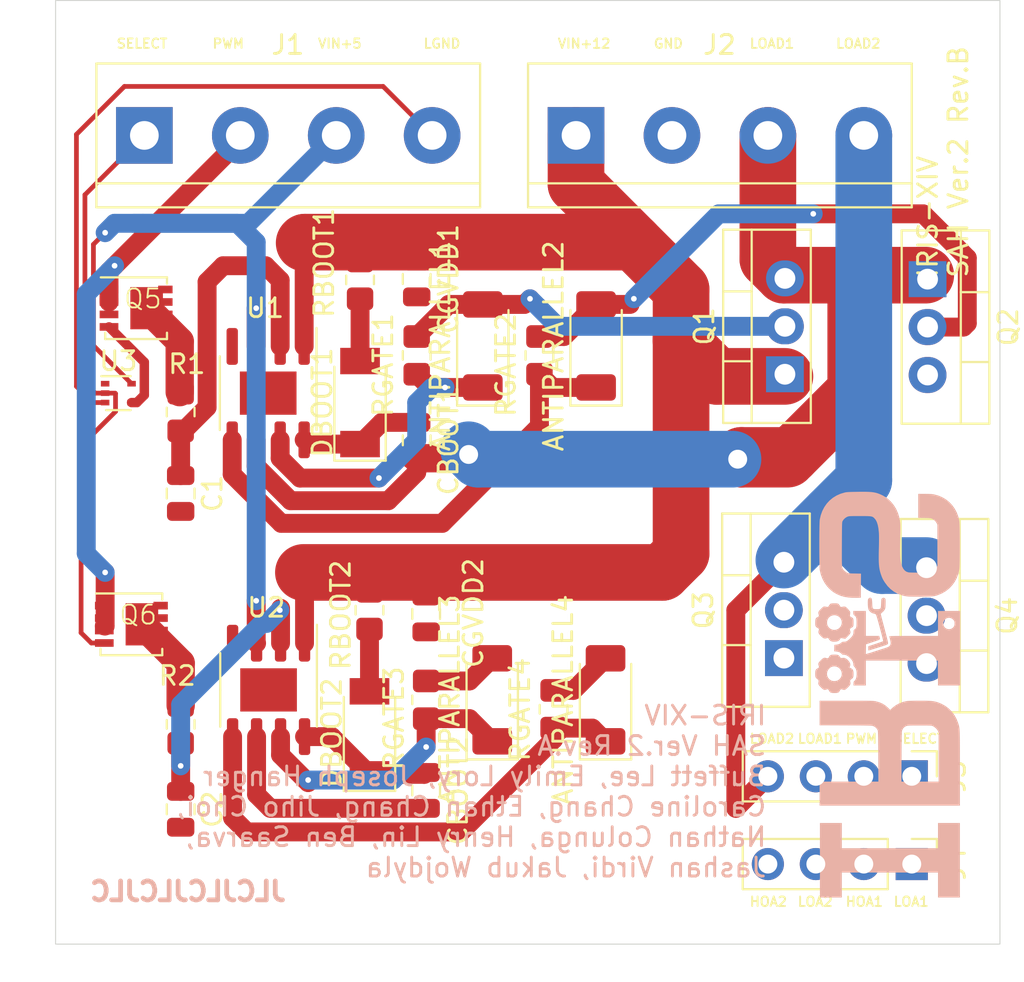
<source format=kicad_pcb>
(kicad_pcb (version 20240108) (generator "pcbnew") (generator_version "8.0")
  (layers (0 "F.Cu" signal) (31 "B.Cu" signal) (34 "B.Paste" user) (35 "F.Paste" user) (36 "B.SilkS" user "B.Silkscreen") (37 "F.SilkS" user "F.Silkscreen") (38 "B.Mask" user) (39 "F.Mask" user) (44 "Edge.Cuts" user))
  (net 0 "")
  (net 1 "Net-(U1-IN)")
  (net 2 "GND")
  (net 3 "Net-(U2-IN)")
  (net 4 "Net-(DBOOT1-K)")
  (net 5 "Net-(DBOOT2-K)")
  (net 6 "Net-(DBOOT1-A)")
  (net 7 "Net-(DBOOT2-A)")
  (net 8 "LOAD1")
  (net 9 "LOAD2")
  (net 10 "SELECT")
  (net 11 "Net-(ANTIPARALLEL1-K)")
  (net 12 "Net-(ANTIPARALLEL2-K)")
  (net 13 "Net-(ANTIPARALLEL3-K)")
  (net 14 "Net-(ANTIPARALLEL4-K)")
  (net 15 "Net-(Q5-S)")
  (net 16 "VIN+12")
  (net 17 "VIN+5")
  (net 18 "PWM")
  (net 20 "HOA")
  (net 21 "LOA")
  (net 22 "LGND")
  (net 23 "HOB")
  (net 24 "LOB")
  (net 25 "Net-(Q5-G)")
  (net 26 "Net-(Q6-S)")
  (footprint "Capacitor_SMD:C_0805_2012Metric" (layer "F.Cu") (at 36.5 56.318 -90)
    (property "Reference" "C1" (at 0 -1.68 -90) (layer "F.SilkS"))
    (property "Value" "220p")
    (pad "1" smd roundrect (at -0.95 0 270) (size 1 1.45) (layers "F.Cu" "F.Paste" "F.Mask") (net 1 "Net-(U1-IN)"))
    (pad "2" smd roundrect (at 0.95 0 270) (size 1 1.45) (layers "F.Cu" "F.Paste" "F.Mask") (net 2 "GND"))
  )
  (footprint "Capacitor_SMD:C_0805_2012Metric" (layer "F.Cu") (at 49 53.5 -90)
    (property "Reference" "CBOOT1" (at 0 -1.68 -90) (layer "F.SilkS"))
    (property "Value" "100nF")
    (pad "1" smd roundrect (at -0.95 0 270) (size 1 1.45) (layers "F.Cu" "F.Paste" "F.Mask") (net 4 "Net-(DBOOT1-K)"))
    (pad "2" smd roundrect (at 0.95 0 270) (size 1 1.45) (layers "F.Cu" "F.Paste" "F.Mask") (net 8 "LOAD1"))
  )
  (footprint "Package_SO:SOIC-8-1EP_3.9x4.9mm_P1.27mm_EP2.29x3mm" (layer "F.Cu") (at 41.155 66.725 -90)
    (property "Reference" "U2" (at -4.362 0.12 180) (layer "F.SilkS"))
    (property "Value" "LM2104")
    (pad "1" smd roundrect (at -2.475 -1.905 270) (size 1.95 0.6) (layers "F.Cu" "F.Paste" "F.Mask") (net 16 "VIN+12"))
    (pad "2" smd roundrect (at -2.475 -0.635 270) (size 1.95 0.6) (layers "F.Cu" "F.Paste" "F.Mask") (net 3 "Net-(U2-IN)"))
    (pad "3" smd roundrect (at -2.475 0.635 270) (size 1.95 0.6) (layers "F.Cu" "F.Paste" "F.Mask") (net 17 "VIN+5"))
    (pad "4" smd roundrect (at -2.475 1.905 270) (size 1.95 0.6) (layers "F.Cu" "F.Paste" "F.Mask") (net 2 "GND"))
    (pad "5" smd roundrect (at 2.475 1.905 270) (size 1.95 0.6) (layers "F.Cu" "F.Paste" "F.Mask") (net 14 "Net-(ANTIPARALLEL4-K)"))
    (pad "6" smd roundrect (at 2.475 0.635 270) (size 1.95 0.6) (layers "F.Cu" "F.Paste" "F.Mask") (net 9 "LOAD2"))
    (pad "7" smd roundrect (at 2.475 -0.635 270) (size 1.95 0.6) (layers "F.Cu" "F.Paste" "F.Mask") (net 13 "Net-(ANTIPARALLEL3-K)"))
    (pad "8" smd roundrect (at 2.475 -1.905 270) (size 1.95 0.6) (layers "F.Cu" "F.Paste" "F.Mask") (net 5 "Net-(DBOOT2-K)"))
    (pad "9" smd rect (at 0 0 270) (size 2.29 3) (layers "F.Cu" "F.Mask"))
  )
  (footprint "Package_TO_SOT_THT:TO-220-3_Vertical" (layer "F.Cu") (at 68.445 65.04 90)
    (property "Reference" "Q3" (at 2.54 -4.27 270) (layer "F.SilkS"))
    (property "Value" "NMOS")
    (pad "1" thru_hole rect (at 0 0 90) (size 1.905 2) (drill 1.1) (layers "*.Cu" "*.Mask") (net 16 "VIN+12"))
    (pad "2" thru_hole oval (at 2.54 0 90) (size 1.905 2) (drill 1.1) (layers "*.Cu" "*.Mask") (net 23 "HOB"))
    (pad "3" thru_hole oval (at 5.08 0 90) (size 1.905 2) (drill 1.1) (layers "*.Cu" "*.Mask") (net 9 "LOAD2"))
  )
  (footprint "Resistor_SMD:R_0805_2012Metric_Pad1.20x1.40mm_HandSolder" (layer "F.Cu") (at 55.5 49 90)
    (property "Reference" "RGATE2" (at -0.508 -1.778 90) (layer "F.SilkS"))
    (property "Value" "2.2R")
    (pad "1" smd roundrect (at -1 0 90) (size 1.2 1.4) (layers "F.Cu" "F.Paste" "F.Mask") (roundrect_rratio 0.2083333333) (net 12 "Net-(ANTIPARALLEL2-K)"))
    (pad "2" smd roundrect (at 1 0 90) (size 1.2 1.4) (layers "F.Cu" "F.Paste" "F.Mask") (roundrect_rratio 0.2083333333) (net 21 "LOA"))
  )
  (footprint "Resistor_SMD:R_0805_2012Metric_Pad1.20x1.40mm_HandSolder" (layer "F.Cu") (at 56.25 67.75 90)
    (property "Reference" "RGATE4" (at -0.016 -1.778 -90) (layer "F.SilkS"))
    (property "Value" "2.2R")
    (pad "1" smd roundrect (at -1 0 90) (size 1.2 1.4) (layers "F.Cu" "F.Paste" "F.Mask") (roundrect_rratio 0.2083333333) (net 14 "Net-(ANTIPARALLEL4-K)"))
    (pad "2" smd roundrect (at 1 0 90) (size 1.2 1.4) (layers "F.Cu" "F.Paste" "F.Mask") (roundrect_rratio 0.2083333333) (net 24 "LOB"))
  )
  (footprint "Diode_SMD:D_SOD-128" (layer "F.Cu") (at 46.5 69 90)
    (property "Reference" "DBOOT2" (at 0 -2 90) (layer "F.SilkS"))
    (property "Value" "1V")
    (pad "1" smd rect (at -2.2 0 90) (size 1.4 2.1) (layers "F.Cu" "F.Paste" "F.Mask") (net 5 "Net-(DBOOT2-K)"))
    (pad "2" smd rect (at 2.2 0 90) (size 1.4 2.1) (layers "F.Cu" "F.Paste" "F.Mask") (net 7 "Net-(DBOOT2-A)"))
  )
  (footprint "Resistor_SMD:R_0805_2012Metric_Pad1.20x1.40mm_HandSolder" (layer "F.Cu") (at 49.5 67.25 90)
    (property "Reference" "RGATE3" (at -0.984 -1.706 90) (layer "F.SilkS"))
    (property "Value" "2.2R")
    (pad "1" smd roundrect (at -1 0 90) (size 1.2 1.4) (layers "F.Cu" "F.Paste" "F.Mask") (roundrect_rratio 0.2083333333) (net 13 "Net-(ANTIPARALLEL3-K)"))
    (pad "2" smd roundrect (at 1 0 90) (size 1.2 1.4) (layers "F.Cu" "F.Paste" "F.Mask") (roundrect_rratio 0.2083333333) (net 23 "HOB"))
  )
  (footprint "Package_TO_SOT_THT:TO-220-3_Vertical" (layer "F.Cu") (at 76.055 44.96 -90)
    (property "Reference" "Q2" (at 2.54 -4.27 90) (layer "F.SilkS"))
    (property "Value" "NMOS")
    (pad "1" thru_hole rect (at 0 0 270) (size 1.905 2) (drill 1.1) (layers "*.Cu" "*.Mask") (net 8 "LOAD1"))
    (pad "2" thru_hole oval (at 2.54 0 270) (size 1.905 2) (drill 1.1) (layers "*.Cu" "*.Mask") (net 21 "LOA"))
    (pad "3" thru_hole oval (at 5.08 0 270) (size 1.905 2) (drill 1.1) (layers "*.Cu" "*.Mask") (net 2 "GND"))
  )
  (footprint "Capacitor_SMD:C_0805_2012Metric" (layer "F.Cu") (at 49.5 72.05 -90)
    (property "Reference" "CBOOT2" (at 0 -1.68 -90) (layer "F.SilkS"))
    (property "Value" "100nF")
    (pad "1" smd roundrect (at -0.95 0 270) (size 1 1.45) (layers "F.Cu" "F.Paste" "F.Mask") (net 5 "Net-(DBOOT2-K)"))
    (pad "2" smd roundrect (at 0.95 0 270) (size 1 1.45) (layers "F.Cu" "F.Paste" "F.Mask") (net 9 "LOAD2"))
  )
  (footprint "Diode_SMD:D_SOD-128" (layer "F.Cu") (at 53 67.25 90)
    (property "Reference" "ANTIPARALLEL3" (at 0 -2.25 270) (layer "F.SilkS"))
    (property "Value" "1V")
    (pad "1" smd roundrect (at -2.2 0 90) (size 1.4 2.1) (layers "F.Cu" "F.Paste" "F.Mask") (roundrect_rratio 0.1785714286) (net 13 "Net-(ANTIPARALLEL3-K)"))
    (pad "2" smd roundrect (at 2.2 0 90) (size 1.4 2.1) (layers "F.Cu" "F.Paste" "F.Mask") (roundrect_rratio 0.1785714286) (net 23 "HOB"))
  )
  (footprint "Resistor_SMD:R_0805_2012Metric_Pad1.20x1.40mm_HandSolder" (layer "F.Cu") (at 46 45 -90)
    (property "Reference" "RBOOT1" (at -0.905 1.905 -90) (layer "F.SilkS"))
    (property "Value" "2.2R")
    (pad "1" smd roundrect (at -1 0 270) (size 1.2 1.4) (layers "F.Cu" "F.Paste" "F.Mask") (roundrect_rratio 0.2083333333) (net 16 "VIN+12"))
    (pad "2" smd roundrect (at 1 0 270) (size 1.2 1.4) (layers "F.Cu" "F.Paste" "F.Mask") (roundrect_rratio 0.2083333333) (net 6 "Net-(DBOOT1-A)"))
  )
  (footprint "Diode_SMD:D_SOD-128" (layer "F.Cu") (at 58.5 48.5 90)
    (property "Reference" "ANTIPARALLEL2" (at 0 -2.25 270) (layer "F.SilkS"))
    (property "Value" "1V")
    (pad "1" smd roundrect (at -2.2 0 90) (size 1.4 2.1) (layers "F.Cu" "F.Paste" "F.Mask") (roundrect_rratio 0.1785714286) (net 12 "Net-(ANTIPARALLEL2-K)"))
    (pad "2" smd roundrect (at 2.2 0 90) (size 1.4 2.1) (layers "F.Cu" "F.Paste" "F.Mask") (roundrect_rratio 0.1785714286) (net 21 "LOA"))
  )
  (footprint "Capacitor_SMD:C_0805_2012Metric" (layer "F.Cu") (at 49 44.95 -90)
    (property "Reference" "CGVDD1" (at 0 -1.68 -90) (layer "F.SilkS"))
    (property "Value" "1uF")
    (pad "1" smd roundrect (at -0.95 0 270) (size 1 1.45) (layers "F.Cu" "F.Paste" "F.Mask") (net 16 "VIN+12"))
    (pad "2" smd roundrect (at 0.95 0 270) (size 1 1.45) (layers "F.Cu" "F.Paste" "F.Mask") (net 2 "GND"))
  )
  (footprint "TerminalBlock:TerminalBlock_bornier-4_P5.08mm" (layer "F.Cu") (at 57.437157 37.345)
    (property "Reference" "J2" (at 7.6 -4.8 0) (layer "F.SilkS"))
    (property "Value" "Screw_Terminal_01x04")
    (pad "1" thru_hole rect (at 0 0) (size 3 3) (drill 1.52) (layers "*.Cu" "*.Mask") (net 16 "VIN+12"))
    (pad "2" thru_hole circle (at 5.08 0) (size 3 3) (drill 1.52) (layers "*.Cu" "*.Mask") (net 2 "GND"))
    (pad "3" thru_hole circle (at 10.16 0) (size 3 3) (drill 1.52) (layers "*.Cu" "*.Mask") (net 8 "LOAD1"))
    (pad "4" thru_hole circle (at 15.24 0) (size 3 3) (drill 1.52) (layers "*.Cu" "*.Mask") (net 9 "LOAD2"))
  )
  (footprint "TerminalBlock:TerminalBlock_bornier-4_P5.08mm" (layer "F.Cu") (at 34.577157 37.345)
    (property "Reference" "J1" (at 7.6 -4.8 0) (layer "F.SilkS"))
    (property "Value" "Screw_Terminal_01x04")
    (pad "1" thru_hole rect (at 0 0) (size 3 3) (drill 1.52) (layers "*.Cu" "*.Mask") (net 10 "SELECT"))
    (pad "2" thru_hole circle (at 5.08 0) (size 3 3) (drill 1.52) (layers "*.Cu" "*.Mask") (net 18 "PWM"))
    (pad "3" thru_hole circle (at 10.16 0) (size 3 3) (drill 1.52) (layers "*.Cu" "*.Mask") (net 17 "VIN+5"))
    (pad "4" thru_hole circle (at 15.24 0) (size 3 3) (drill 1.52) (layers "*.Cu" "*.Mask") (net 22 "LGND"))
  )
  (footprint "Connector_PinHeader_2.54mm:PinHeader_1x04_P2.54mm_Vertical" (layer "F.Cu") (at 75.217157 71.303 -90)
    (property "Reference" "J3" (at 0 -2.33 90) (layer "F.SilkS"))
    (property "Value" "Conn_01x04_Pin")
    (pad "1" thru_hole rect (at 0 0 270) (size 1.7 1.7) (drill 1) (layers "*.Cu" "*.Mask") (net 10 "SELECT"))
    (pad "2" thru_hole oval (at 0 2.54 270) (size 1.7 1.7) (drill 1) (layers "*.Cu" "*.Mask") (net 18 "PWM"))
    (pad "3" thru_hole oval (at 0 5.08 270) (size 1.7 1.7) (drill 1) (layers "*.Cu" "*.Mask") (net 8 "LOAD1"))
    (pad "4" thru_hole oval (at 0 7.62 270) (size 1.7 1.7) (drill 1) (layers "*.Cu" "*.Mask") (net 9 "LOAD2"))
  )
  (footprint "mosfet:PPAK1212-8Custom" (layer "F.Cu") (at 34.25 63.25)
    (property "Reference" "Q6" (at 0 -0.5 0) (layer "F.SilkS") (effects (font (thickness 0.1))))
    (property "Value" "NMOS")
    (pad "1" smd rect (at -1.795 -0.99) (size 0.99 0.405) (layers "F.Cu" "F.Paste" "F.Mask") (net 18 "PWM"))
    (pad "1" smd rect (at -1.795 -0.33) (size 0.99 0.405) (layers "F.Cu" "F.Paste" "F.Mask") (net 18 "PWM"))
    (pad "1" smd rect (at -1.795 0.33) (size 0.99 0.405) (layers "F.Cu" "F.Paste" "F.Mask") (net 18 "PWM"))
    (pad "2" smd rect (at -1.795 0.99) (size 0.99 0.405) (layers "F.Cu" "F.Paste" "F.Mask") (net 10 "SELECT"))
    (pad "3" smd custom (at 0.1975 0) (size 1.725 2.235) (layers "F.Cu" "F.Paste" "F.Mask") (net 26 "Net-(Q6-S)") (options (clearance outline) (anchor rect)) (primitives (gr_poly (pts (xy 1.3725 -0.7875) (xy 0.8625 -0.7875) (xy 0.8625 -0.5325) (xy 1.3725 -0.5325) (xy 1.3725 -0.1275) (xy 0.8625 -0.1275) (xy 0.8625 0.1275) (xy 1.3725 0.1275) (xy 1.3725 0.5325) (xy 0.8625 0.5325) (xy 0.8625 0.7875) (xy 1.3725 0.7875) (xy 1.3725 1.195) (xy 0.6125 1.195) (xy 0.6125 -1.195) (xy 1.3725 -1.195)) (width 0) (fill yes))))
  )
  (footprint "mosfet:PPAK1212-8Custom" (layer "F.Cu") (at 34.5 46.5)
    (property "Reference" "Q5" (at 0 -0.5 0) (layer "F.SilkS") (effects (font (thickness 0.1))))
    (property "Value" "NMOS")
    (pad "1" smd rect (at -1.795 -0.99) (size 0.99 0.405) (layers "F.Cu" "F.Paste" "F.Mask") (net 18 "PWM"))
    (pad "1" smd rect (at -1.795 -0.33) (size 0.99 0.405) (layers "F.Cu" "F.Paste" "F.Mask") (net 18 "PWM"))
    (pad "1" smd rect (at -1.795 0.33) (size 0.99 0.405) (layers "F.Cu" "F.Paste" "F.Mask") (net 18 "PWM"))
    (pad "2" smd rect (at -1.795 0.99) (size 0.99 0.405) (layers "F.Cu" "F.Paste" "F.Mask") (net 25 "Net-(Q5-G)"))
    (pad "3" smd custom (at 0.1975 0) (size 1.725 2.235) (layers "F.Cu" "F.Paste" "F.Mask") (net 15 "Net-(Q5-S)") (options (clearance outline) (anchor rect)) (primitives (gr_poly (pts (xy 1.3725 -0.7875) (xy 0.8625 -0.7875) (xy 0.8625 -0.5325) (xy 1.3725 -0.5325) (xy 1.3725 -0.1275) (xy 0.8625 -0.1275) (xy 0.8625 0.1275) (xy 1.3725 0.1275) (xy 1.3725 0.5325) (xy 0.8625 0.5325) (xy 0.8625 0.7875) (xy 1.3725 0.7875) (xy 1.3725 1.195) (xy 0.6125 1.195) (xy 0.6125 -1.195) (xy 1.3725 -1.195)) (width 0) (fill yes))))
  )
  (footprint "Connector_PinHeader_2.54mm:PinHeader_1x04_P2.54mm_Vertical" (layer "F.Cu") (at 75.217157 75.953 -90)
    (property "Reference" "J4" (at 0 -2.33 90) (layer "F.SilkS"))
    (property "Value" "Conn_01x04_Pin")
    (pad "1" thru_hole rect (at 0 0 270) (size 1.7 1.7) (drill 1) (layers "*.Cu" "*.Mask") (net 16 "VIN+12"))
    (pad "2" thru_hole oval (at 0 2.54 270) (size 1.7 1.7) (drill 1) (layers "*.Cu" "*.Mask") (net 2 "GND"))
    (pad "3" thru_hole oval (at 0 5.08 270) (size 1.7 1.7) (drill 1) (layers "*.Cu" "*.Mask") (net 21 "LOA"))
    (pad "4" thru_hole oval (at 0 7.62 270) (size 1.7 1.7) (drill 1) (layers "*.Cu" "*.Mask") (net 20 "HOA"))
  )
  (footprint "Capacitor_SMD:C_0805_2012Metric" (layer "F.Cu") (at 49.5 62.7 -90)
    (property "Reference" "CGVDD2" (at -0.05 -2.5 90) (layer "F.SilkS"))
    (property "Value" "1uF")
    (pad "1" smd roundrect (at -0.95 0 270) (size 1 1.45) (layers "F.Cu" "F.Paste" "F.Mask") (net 16 "VIN+12"))
    (pad "2" smd roundrect (at 0.95 0 270) (size 1 1.45) (layers "F.Cu" "F.Paste" "F.Mask") (net 2 "GND"))
  )
  (footprint "Resistor_SMD:R_0805_2012Metric_Pad1.20x1.40mm_HandSolder" (layer "F.Cu") (at 36.5 68.55 -90)
    (property "Reference" "R2" (at -2.572 0.182 180) (layer "F.SilkS"))
    (property "Value" "50R")
    (pad "1" smd roundrect (at -1 0 270) (size 1.2 1.4) (layers "F.Cu" "F.Paste" "F.Mask") (roundrect_rratio 0.2083333333) (net 26 "Net-(Q6-S)"))
    (pad "2" smd roundrect (at 1 0 270) (size 1.2 1.4) (layers "F.Cu" "F.Paste" "F.Mask") (roundrect_rratio 0.2083333333) (net 3 "Net-(U2-IN)"))
  )
  (footprint "Diode_SMD:D_SOD-128" (layer "F.Cu") (at 46 51.5 90)
    (property "Reference" "DBOOT1" (at 0 -2 270) (layer "F.SilkS"))
    (property "Value" "1V")
    (pad "1" smd rect (at -2.2 0 90) (size 1.4 2.1) (layers "F.Cu" "F.Paste" "F.Mask") (net 4 "Net-(DBOOT1-K)"))
    (pad "2" smd rect (at 2.2 0 90) (size 1.4 2.1) (layers "F.Cu" "F.Paste" "F.Mask") (net 6 "Net-(DBOOT1-A)"))
  )
  (footprint "Diode_SMD:D_SOD-128" (layer "F.Cu") (at 52.5 48.5 90)
    (property "Reference" "ANTIPARALLEL1" (at 0 -2.25 270) (layer "F.SilkS"))
    (property "Value" "1V")
    (pad "1" smd roundrect (at -2.2 0 90) (size 1.4 2.1) (layers "F.Cu" "F.Paste" "F.Mask") (roundrect_rratio 0.1785714286) (net 11 "Net-(ANTIPARALLEL1-K)"))
    (pad "2" smd roundrect (at 2.2 0 90) (size 1.4 2.1) (layers "F.Cu" "F.Paste" "F.Mask") (roundrect_rratio 0.1785714286) (net 20 "HOA"))
  )
  (footprint "Package_TO_SOT_THT:TO-220-3_Vertical" (layer "F.Cu") (at 68.5 50 90)
    (property "Reference" "Q1" (at 2.54 -4.27 -90) (layer "F.SilkS"))
    (property "Value" "NMOS")
    (pad "1" thru_hole rect (at 0 0 90) (size 1.905 2) (drill 1.1) (layers "*.Cu" "*.Mask") (net 16 "VIN+12"))
    (pad "2" thru_hole oval (at 2.54 0 90) (size 1.905 2) (drill 1.1) (layers "*.Cu" "*.Mask") (net 20 "HOA"))
    (pad "3" thru_hole oval (at 5.08 0 90) (size 1.905 2) (drill 1.1) (layers "*.Cu" "*.Mask") (net 8 "LOAD1"))
  )
  (footprint "Package_TO_SOT_THT:TO-220-3_Vertical" (layer "F.Cu") (at 76 60.25 -90)
    (property "Reference" "Q4" (at 2.54 -4.27 90) (layer "F.SilkS"))
    (property "Value" "NMOS")
    (pad "1" thru_hole rect (at 0 0 270) (size 1.905 2) (drill 1.1) (layers "*.Cu" "*.Mask") (net 9 "LOAD2"))
    (pad "2" thru_hole oval (at 2.54 0 270) (size 1.905 2) (drill 1.1) (layers "*.Cu" "*.Mask") (net 24 "LOB"))
    (pad "3" thru_hole oval (at 5.08 0 270) (size 1.905 2) (drill 1.1) (layers "*.Cu" "*.Mask") (net 2 "GND"))
  )
  (footprint "Resistor_SMD:R_0805_2012Metric_Pad1.20x1.40mm_HandSolder" (layer "F.Cu") (at 49 49 90)
    (property "Reference" "RGATE1" (at -0.508 -1.778 90) (layer "F.SilkS"))
    (property "Value" "2.2R")
    (pad "1" smd roundrect (at -1 0 90) (size 1.2 1.4) (layers "F.Cu" "F.Paste" "F.Mask") (roundrect_rratio 0.2083333333) (net 11 "Net-(ANTIPARALLEL1-K)"))
    (pad "2" smd roundrect (at 1 0 90) (size 1.2 1.4) (layers "F.Cu" "F.Paste" "F.Mask") (roundrect_rratio 0.2083333333) (net 20 "HOA"))
  )
  (footprint "Resistor_SMD:R_0805_2012Metric_Pad1.20x1.40mm_HandSolder" (layer "F.Cu") (at 46.5 62.5 -90)
    (property "Reference" "RBOOT2" (at 0.254 1.524 90) (layer "F.SilkS"))
    (property "Value" "2.2R")
    (pad "1" smd roundrect (at -1 0 270) (size 1.2 1.4) (layers "F.Cu" "F.Paste" "F.Mask") (roundrect_rratio 0.2083333333) (net 16 "VIN+12"))
    (pad "2" smd roundrect (at 1 0 270) (size 1.2 1.4) (layers "F.Cu" "F.Paste" "F.Mask") (roundrect_rratio 0.2083333333) (net 7 "Net-(DBOOT2-A)"))
  )
  (footprint "Package_SO:SOIC-8-1EP_3.9x4.9mm_P1.27mm_EP2.29x3mm" (layer "F.Cu") (at 41.135 51 -90)
    (property "Reference" "U1" (at -4.51 0.17 180) (layer "F.SilkS"))
    (property "Value" "LM2104")
    (pad "1" smd roundrect (at -2.475 -1.905 270) (size 1.95 0.6) (layers "F.Cu" "F.Paste" "F.Mask") (net 16 "VIN+12"))
    (pad "2" smd roundrect (at -2.475 -0.635 270) (size 1.95 0.6) (layers "F.Cu" "F.Paste" "F.Mask") (net 1 "Net-(U1-IN)"))
    (pad "3" smd roundrect (at -2.475 0.635 270) (size 1.95 0.6) (layers "F.Cu" "F.Paste" "F.Mask") (net 17 "VIN+5"))
    (pad "4" smd roundrect (at -2.475 1.905 270) (size 1.95 0.6) (layers "F.Cu" "F.Paste" "F.Mask") (net 2 "GND"))
    (pad "5" smd roundrect (at 2.475 1.905 270) (size 1.95 0.6) (layers "F.Cu" "F.Paste" "F.Mask") (net 12 "Net-(ANTIPARALLEL2-K)"))
    (pad "6" smd roundrect (at 2.475 0.635 270) (size 1.95 0.6) (layers "F.Cu" "F.Paste" "F.Mask") (net 8 "LOAD1"))
    (pad "7" smd roundrect (at 2.475 -0.635 270) (size 1.95 0.6) (layers "F.Cu" "F.Paste" "F.Mask") (net 11 "Net-(ANTIPARALLEL1-K)"))
    (pad "8" smd roundrect (at 2.475 -1.905 270) (size 1.95 0.6) (layers "F.Cu" "F.Paste" "F.Mask") (net 4 "Net-(DBOOT1-K)"))
    (pad "9" smd rect (at 0 0 270) (size 2.29 3) (layers "F.Cu" "F.Mask"))
  )
  (footprint "Package_TO_SOT_SMD:SOT-553" (layer "F.Cu") (at 33.2 51)
    (property "Reference" "U3" (at 0 -1.7 0) (layer "F.SilkS"))
    (property "Value" "74LVC1GU04DRL")
    (pad "1" smd rect (at -0.7 -0.5) (size 0.45 0.3) (layers "F.Cu" "F.Paste" "F.Mask"))
    (pad "2" smd rect (at -0.7 0) (size 0.45 0.3) (layers "F.Cu" "F.Paste" "F.Mask") (net 10 "SELECT"))
    (pad "3" smd rect (at -0.7 0.5) (size 0.45 0.3) (layers "F.Cu" "F.Paste" "F.Mask") (net 22 "LGND"))
    (pad "4" smd rect (at 0.7 0.5) (size 0.45 0.3) (layers "F.Cu" "F.Paste" "F.Mask") (net 25 "Net-(Q5-G)"))
    (pad "5" smd rect (at 0.7 -0.5) (size 0.45 0.3) (layers "F.Cu" "F.Paste" "F.Mask") (net 17 "VIN+5"))
  )
  (footprint "Resistor_SMD:R_0805_2012Metric_Pad1.20x1.40mm_HandSolder" (layer "F.Cu") (at 36.5 52 -90)
    (property "Reference" "R1" (at -2.54 -0.326 180) (layer "F.SilkS"))
    (property "Value" "50R")
    (pad "1" smd roundrect (at -1 0 270) (size 1.2 1.4) (layers "F.Cu" "F.Paste" "F.Mask") (roundrect_rratio 0.2083333333) (net 15 "Net-(Q5-S)"))
    (pad "2" smd roundrect (at 1 0 270) (size 1.2 1.4) (layers "F.Cu" "F.Paste" "F.Mask") (roundrect_rratio 0.2083333333) (net 1 "Net-(U1-IN)"))
  )
  (footprint "Capacitor_SMD:C_0805_2012Metric" (layer "F.Cu") (at 36.5 73.05 -90)
    (property "Reference" "C2" (at 0 -1.68 -90) (layer "F.SilkS"))
    (property "Value" "220p")
    (pad "1" smd roundrect (at -0.95 0 270) (size 1 1.45) (layers "F.Cu" "F.Paste" "F.Mask") (net 3 "Net-(U2-IN)"))
    (pad "2" smd roundrect (at 0.95 0 270) (size 1 1.45) (layers "F.Cu" "F.Paste" "F.Mask") (net 2 "GND"))
  )
  (footprint "Diode_SMD:D_SOD-128" (layer "F.Cu") (at 59 67.25 90)
    (property "Reference" "ANTIPARALLEL4" (at 0 -2.25 270) (layer "F.SilkS"))
    (property "Value" "1V")
    (pad "1" smd roundrect (at -2.2 0 90) (size 1.4 2.1) (layers "F.Cu" "F.Paste" "F.Mask") (roundrect_rratio 0.1785714286) (net 14 "Net-(ANTIPARALLEL4-K)"))
    (pad "2" smd roundrect (at 2.2 0 90) (size 1.4 2.1) (layers "F.Cu" "F.Paste" "F.Mask") (roundrect_rratio 0.1785714286) (net 24 "LOB"))
  )
  (footprint "Custom_Silkscreen_and_memes:IRIS_logo_smaller" (layer "B.Cu") (at 73.947157 66.555 90)
    (property "Reference" "G***" (hide yes))
    (property "Value" "LOGO" (hide yes))
  )
  (gr_rect (start 29.877157 30.195) (end 79.887157 80.195) (stroke (width 0.05)) (fill none) (layer "Edge.Cuts"))
  (gr_text "JLCJLCJLCJLC" (at 42.197157 77.985 0) (layer "B.SilkS") (effects (font (size 1 1) (thickness 0.25) (bold yes)) (justify left bottom mirror)))
  (gr_text "IRIS-XIV\nSAH Ver.2 Rev.A\nBuffett Lee, Emily Lory, Joseph Hanger\nCaroline Chang, Ethan Chang, Jiho Choi,\nNathan Colunga, Henry Lin, Ben Saarva, \nJashan Virdi, Jakub Wojdyla" (at 67.597157 76.715 0) (layer "B.SilkS") (effects (font (size 1 1) (thickness 0.153)) (justify left bottom mirror)))
  (gr_text "LOAD1" (at 66.581157 32.773 0) (layer "F.SilkS") (effects (font (size 0.5 0.5) (thickness 0.1)) (justify left bottom)))
  (gr_text "LOA2" (at 69.121157 78.239 0) (layer "F.SilkS") (effects (font (size 0.5 0.5) (thickness 0.1)) (justify left bottom)))
  (gr_text "HOA1" (at 71.661157 78.239 0) (layer "F.SilkS") (effects (font (size 0.5 0.5) (thickness 0.1)) (justify left bottom)))
  (gr_text "HOA2" (at 66.581157 78.239 0) (layer "F.SilkS") (effects (font (size 0.5 0.5) (thickness 0.1)) (justify left bottom)))
  (gr_text "PWM\n" (at 71.661157 69.603 0) (layer "F.SilkS") (effects (font (size 0.5 0.5) (thickness 0.1)) (justify left bottom)))
  (gr_text "VIN+12" (at 56.421157 32.773 0) (layer "F.SilkS") (effects (font (size 0.5 0.5) (thickness 0.1)) (justify left bottom)))
  (gr_text "SELECT" (at 74.201157 69.603 0) (layer "F.SilkS") (effects (font (size 0.5 0.5) (thickness 0.1)) (justify left bottom)))
  (gr_text "IRIS-XIV\nSAH Ver.2 Rev.B" (at 78.265157 44.965 90) (layer "F.SilkS") (effects (font (size 1 1) (thickness 0.153)) (justify left bottom)))
  (gr_text "LOA1" (at 74.201157 78.239 0) (layer "F.SilkS") (effects (font (size 0.5 0.5) (thickness 0.1)) (justify left bottom)))
  (gr_text "VIN+5" (at 43.721157 32.773 0) (layer "F.SilkS") (effects (font (size 0.5 0.5) (thickness 0.1)) (justify left bottom)))
  (gr_text "LOAD1" (at 69.121157 69.603 0) (layer "F.SilkS") (effects (font (size 0.5 0.5) (thickness 0.1)) (justify left bottom)))
  (gr_text "PWM" (at 38.133157 32.773 0) (layer "F.SilkS") (effects (font (size 0.5 0.5) (thickness 0.1)) (justify left bottom)))
  (gr_text "SELECT" (at 33.053157 32.773 0) (layer "F.SilkS") (effects (font (size 0.5 0.5) (thickness 0.1)) (justify left bottom)))
  (gr_text "LOAD2" (at 71.153157 32.773 0) (layer "F.SilkS") (effects (font (size 0.5 0.5) (thickness 0.1)) (justify left bottom)))
  (gr_text "GND" (at 61.501157 32.773 0) (layer "F.SilkS") (effects (font (size 0.5 0.5) (thickness 0.1)) (justify left bottom)))
  (gr_text "LOAD2" (at 66.581157 69.603 0) (layer "F.SilkS") (effects (font (size 0.5 0.5) (thickness 0.1)) (justify left bottom)))
  (gr_text "LGND" (at 49.309157 32.773 0) (layer "F.SilkS") (effects (font (size 0.5 0.5) (thickness 0.1)) (justify left bottom)))
  (segment (start 36.65043 53) (end 36.5 53) (width 1) (layer "F.Cu") (net 1))
  (segment (start 41.77 45.02) (end 41 44.25) (width 1) (layer "F.Cu") (net 1))
  (segment (start 41.77 48.525) (end 41.77 45.02) (width 1) (layer "F.Cu") (net 1))
  (segment (start 37.9 51.75043) (end 36.65043 53) (width 1) (layer "F.Cu") (net 1))
  (segment (start 36.5 53) (end 36.5 55.368) (width 1) (layer "F.Cu") (net 1))
  (segment (start 41 44.25) (end 38.75 44.25) (width 1) (layer "F.Cu") (net 1))
  (segment (start 38.75 44.25) (end 37.9 45.1) (width 1) (layer "F.Cu") (net 1))
  (segment (start 37.9 45.1) (end 37.9 51.75043) (width 1) (layer "F.Cu") (net 1))
  (segment (start 41.75 62.5) (end 41.79 62.46) (width 1) (layer "F.Cu") (net 3))
  (segment (start 36.5 69.55) (end 36.5 72.1) (width 1) (layer "F.Cu") (net 3))
  (segment (start 41.79 64.25) (end 41.79 62.54) (width 1) (layer "F.Cu") (net 3))
  (segment (start 41.79 62.46) (end 41.79 62.40127) (width 1) (layer "F.Cu") (net 3))
  (segment (start 41.79 62.54) (end 41.75 62.5) (width 1) (layer "F.Cu") (net 3))
  (via (at 36.5 70.75) (size 0.6) (drill 0.3) (layers "F.Cu" "B.Cu") (net 3))
  (via (at 41.75 62.5) (size 0.6) (drill 0.3) (layers "F.Cu" "B.Cu") (net 3))
  (segment (start 41.75 62.5) (end 41.05 63.2) (width 1) (layer "B.Cu") (net 3))
  (segment (start 40.8 63.2) (end 36.5 67.5) (width 1) (layer "B.Cu") (net 3))
  (segment (start 36.5 67.5) (end 36.5 70.75) (width 1) (layer "B.Cu") (net 3))
  (segment (start 41.05 63.2) (end 40.8 63.2) (width 1) (layer "B.Cu") (net 3))
  (segment (start 47.15 52.55) (end 46 53.7) (width 1) (layer "F.Cu") (net 4))
  (segment (start 49 52.55) (end 47.15 52.55) (width 1) (layer "F.Cu") (net 4))
  (segment (start 46 53.7) (end 43.265 53.7) (width 1) (layer "F.Cu") (net 4))
  (segment (start 43.265 53.7) (end 43.04 53.475) (width 1) (layer "F.Cu") (net 4))
  (segment (start 43.06 69.2) (end 44.5 69.2) (width 1) (layer "F.Cu") (net 5))
  (segment (start 44.5 69.2) (end 46.5 71.2) (width 1) (layer "F.Cu") (net 5))
  (segment (start 49.4 71.2) (end 49.5 71.1) (width 1) (layer "F.Cu") (net 5))
  (segment (start 46.5 71.2) (end 49.4 71.2) (width 1) (layer "F.Cu") (net 5))
  (segment (start 46 46) (end 46 49.3) (width 1) (layer "F.Cu") (net 6))
  (segment (start 46.5 66.8) (end 46.5 63.5) (width 1) (layer "F.Cu") (net 7))
  (segment (start 51.55 54.45) (end 51.75 54.25) (width 1.5) (layer "F.Cu") (net 8))
  (segment (start 47.497056 56.7) (end 42.322945 56.7) (width 1) (layer "F.Cu") (net 8))
  (segment (start 42.322945 56.7) (end 40.5 54.877055) (width 1) (layer "F.Cu") (net 8))
  (segment (start 49 55.197056) (end 47.497056 56.7) (width 1) (layer "F.Cu") (net 8))
  (segment (start 66.2 54.3) (end 66.2 54.5) (width 3) (layer "F.Cu") (net 8))
  (segment (start 67.597157 43.904657) (end 67.597157 37.345) (width 3) (layer "F.Cu") (net 8))
  (segment (start 75.9575 44.75) (end 72.25 44.75) (width 3) (layer "F.Cu") (net 8))
  (segment (start 72.25 44.75) (end 72.25 50.887983) (width 3) (layer "F.Cu") (net 8))
  (segment (start 72.25 50.887983) (end 68.837983 54.3) (width 3) (layer "F.Cu") (net 8))
  (segment (start 72.25 44.75) (end 68.4425 44.75) (width 3) (layer "F.Cu") (net 8))
  (segment (start 68.4425 44.75) (end 67.597157 43.904657) (width 3) (layer "F.Cu") (net 8))
  (segment (start 49 55.197056) (end 49 55.197056) (width 1) (layer "F.Cu") (net 8))
  (segment (start 40.5 54.877055) (end 40.5 53.475) (width 1) (layer "F.Cu") (net 8))
  (segment (start 68.837983 54.3) (end 66.2 54.3) (width 3) (layer "F.Cu") (net 8))
  (segment (start 49 54.45) (end 49 55.197056) (width 1) (layer "F.Cu") (net 8))
  (segment (start 49 54.45) (end 51.55 54.45) (width 1.5) (layer "F.Cu") (net 8))
  (segment (start 66.2 54.5) (end 68.637983 54.5) (width 3) (layer "F.Cu") (net 8))
  (via (at 66 54.5) (size 2) (drill 1) (layers "F.Cu" "B.Cu") (net 8))
  (via (at 51.75 54.25) (size 2) (drill 1) (layers "F.Cu" "B.Cu") (net 8))
  (segment (start 52.25 54.5) (end 51.75 54) (width 3) (layer "B.Cu") (net 8))
  (segment (start 65.75 54.5) (end 52.25 54.5) (width 3) (layer "B.Cu") (net 8))
  (segment (start 65.900157 62.504843) (end 65.900157 73) (width 1) (layer "F.Cu") (net 9))
  (segment (start 65.900157 73) (end 67.597157 71.303) (width 1) (layer "F.Cu") (net 9))
  (segment (start 40.52 72.27) (end 41.25 73) (width 1) (layer "F.Cu") (net 9))
  (segment (start 41.25 73) (end 49.5 73) (width 1) (layer "F.Cu") (net 9))
  (segment (start 40.52 69.2) (end 40.52 72.27) (width 1) (layer "F.Cu") (net 9))
  (segment (start 68.445 59.96) (end 65.900157 62.504843) (width 1) (layer "F.Cu") (net 9))
  (segment (start 73.6375 60.1375) (end 76 60.1375) (width 3) (layer "B.Cu") (net 9))
  (segment (start 72.677157 37.345) (end 72.677157 55.615343) (width 3) (layer "B.Cu") (net 9))
  (segment (start 70.89625 57.39625) (end 73.6375 60.1375) (width 3) (layer "B.Cu") (net 9))
  (segment (start 72.677157 55.615343) (end 68.445 59.8475) (width 3) (layer "B.Cu") (net 9))
  (segment (start 32.5 51) (end 31.975 51) (width 0.25) (layer "F.Cu") (net 10))
  (segment (start 31.7675 64.24) (end 31.226104 63.698604) (width 0.25) (layer "F.Cu") (net 10))
  (segment (start 33.025 51) (end 32.5 51) (width 0.25) (layer "F.Cu") (net 10))
  (segment (start 31.43 50.455) (end 31.43 40.492157) (width 0.25) (layer "F.Cu") (net 10))
  (segment (start 33.05 51.025) (end 33.025 51) (width 0.25) (layer "F.Cu") (net 10))
  (segment (start 31.43 40.492157) (end 34.577157 37.345) (width 0.25) (layer "F.Cu") (net 10))
  (segment (start 32.455 64.24) (end 31.7675 64.24) (width 0.25) (layer "F.Cu") (net 10))
  (segment (start 31.975 51) (end 31.43 50.455) (width 0.25) (layer "F.Cu") (net 10))
  (segment (start 31.226104 53.798896) (end 33.05 51.975) (width 0.25) (layer "F.Cu") (net 10))
  (segment (start 33.05 51.975) (end 33.05 51.025) (width 0.25) (layer "F.Cu") (net 10))
  (segment (start 31.226104 63.698604) (end 31.226104 53.798896) (width 0.25) (layer "F.Cu") (net 10))
  (segment (start 49.7 50.7) (end 49 50) (width 1) (layer "F.Cu") (net 11))
  (segment (start 41.77 54.449999) (end 42.820001 55.5) (width 1) (layer "F.Cu") (net 11))
  (segment (start 41.77 53.475) (end 41.77 54.449999) (width 1) (layer "F.Cu") (net 11))
  (segment (start 42.820001 55.5) (end 47 55.5) (width 1) (layer "F.Cu") (net 11))
  (segment (start 52.5 50.7) (end 49.7 50.7) (width 1) (layer "F.Cu") (net 11))
  (via (at 50.5 50.7) (size 0.6) (drill 0.3) (layers "F.Cu" "B.Cu") (net 11))
  (via (at 47 55.5) (size 0.6) (drill 0.3) (layers "F.Cu" "B.Cu") (net 11))
  (segment (start 49.8 50.7) (end 49 51.5) (width 1) (layer "B.Cu") (net 11))
  (segment (start 49 53.5) (end 47 55.5) (width 1) (layer "B.Cu") (net 11))
  (segment (start 49 51.5) (end 49 53.5) (width 1) (layer "B.Cu") (net 11))
  (segment (start 50.5 50.7) (end 49.8 50.7) (width 1) (layer "B.Cu") (net 11))
  (segment (start 55.5 50) (end 55.5 52.75) (width 1) (layer "F.Cu") (net 12))
  (segment (start 58.5 50.7) (end 56.2 50.7) (width 1) (layer "F.Cu") (net 12))
  (segment (start 55.5 52.75) (end 50.35 57.9) (width 1) (layer "F.Cu") (net 12))
  (segment (start 56.2 50.7) (end 55.5 50) (width 1) (layer "F.Cu") (net 12))
  (segment (start 41.825889 57.9) (end 39.23 55.304111) (width 1) (layer "F.Cu") (net 12))
  (segment (start 39.23 55.304111) (end 39.23 53.475) (width 1) (layer "F.Cu") (net 12))
  (segment (start 50.35 57.9) (end 41.825889 57.9) (width 1) (layer "F.Cu") (net 12))
  (segment (start 49.5 68.25) (end 51.8 68.25) (width 1) (layer "F.Cu") (net 13))
  (segment (start 43.25 71.5) (end 43.25 71.634999) (width 1) (layer "F.Cu") (net 13))
  (segment (start 43.25 71.634999) (end 43.25 71.634999) (width 1) (layer "F.Cu") (net 13))
  (segment (start 49.5 69.75) (end 49.5 68.25) (width 1) (layer "F.Cu") (net 13))
  (segment (start 43.115001 71.5) (end 43.25 71.5) (width 1) (layer "F.Cu") (net 13))
  (segment (start 51.8 68.25) (end 53 69.45) (width 1) (layer "F.Cu") (net 13))
  (segment (start 41.79 69.2) (end 41.79 70.174999) (width 1) (layer "F.Cu") (net 13))
  (segment (start 41.79 70.174999) (end 43.115001 71.5) (width 1) (layer "F.Cu") (net 13))
  (via (at 43.25 71.5) (size 0.6) (drill 0.3) (layers "F.Cu" "B.Cu") (net 13))
  (via (at 49.5 69.75) (size 0.6) (drill 0.3) (layers "F.Cu" "B.Cu") (net 13))
  (segment (start 43.25 71.5) (end 47.75 71.5) (width 1) (layer "B.Cu") (net 13))
  (segment (start 47.75 71.5) (end 49.5 69.75) (width 1) (layer "B.Cu") (net 13))
  (segment (start 58.3 68.75) (end 59 69.45) (width 1) (layer "F.Cu") (net 14))
  (segment (start 39.25 69.2) (end 39.25 73.5) (width 1) (layer "F.Cu") (net 14))
  (segment (start 39.25 73.5) (end 40 74.25) (width 1) (layer "F.Cu") (net 14))
  (segment (start 40 74.25) (end 51.35 74.25) (width 1) (layer "F.Cu") (net 14))
  (segment (start 56.25 68.75) (end 58.3 68.75) (width 1) (layer "F.Cu") (net 14))
  (segment (start 51.35 74.25) (end 56.25 69.35) (width 1) (layer "F.Cu") (net 14))
  (segment (start 56.25 69.35) (end 56.25 68.75) (width 1) (layer "F.Cu") (net 14))
  (segment (start 34.6975 46.5) (end 36.45 48.2525) (width 1.5) (layer "F.Cu") (net 15))
  (segment (start 36.45 48.2525) (end 36.45 50.95) (width 1.5) (layer "F.Cu") (net 15))
  (segment (start 43.06 60.56) (end 43 60.5) (width 1) (layer "F.Cu") (net 16))
  (segment (start 43.04 43.04) (end 43.04 48.525) (width 1) (layer "F.Cu") (net 16))
  (segment (start 43.08 43) (end 43.04 43.04) (width 3) (layer "F.Cu") (net 16))
  (segment (start 60.5 43) (end 63 45.5) (width 3) (layer "F.Cu") (net 16))
  (segment (start 62 60.5) (end 43 60.5) (width 3) (layer "F.Cu") (net 16))
  (segment (start 63 45.5) (end 63 59.5) (width 3) (layer "F.Cu") (net 16))
  (segment (start 63 48) (end 63 48.225) (width 3) (layer "F.Cu") (net 16))
  (segment (start 43.06 64.25) (end 43.06 60.56) (width 1) (layer "F.Cu") (net 16))
  (segment (start 63 59.5) (end 62 60.5) (width 3) (layer "F.Cu") (net 16))
  (segment (start 57.437157 37.345) (end 57.437157 39.937157) (width 3) (layer "F.Cu") (net 16))
  (segment (start 64.8875 50.1125) (end 68.5 50.1125) (width 3) (layer "F.Cu") (net 16))
  (segment (start 63 48.225) (end 64.8875 50.1125) (width 3) (layer "F.Cu") (net 16))
  (segment (start 60.5 43) (end 43.08 43) (width 3) (layer "F.Cu") (net 16))
  (segment (start 57.437157 39.937157) (end 60.5 43) (width 3) (layer "F.Cu") (net 16))
  (segment (start 40.5 64.23) (end 40.52 64.25) (width 1) (layer "F.Cu") (net 17))
  (segment (start 40.5 62) (end 40.5 64.23) (width 1) (layer "F.Cu") (net 17))
  (segment (start 40.5 48.525) (end 40.5 46.5) (width 1) (layer "F.Cu") (net 17))
  (segment (start 31.88 48.48) (end 33.9 50.5) (width 0.25) (layer "F.Cu") (net 17))
  (segment (start 31.88 43.12) (end 31.88 48.48) (width 0.25) (layer "F.Cu") (net 17))
  (segment (start 32.5 42.5) (end 31.88 43.12) (width 0.25) (layer "F.Cu") (net 17))
  (via (at 40.5 46.5) (size 0.6) (drill 0.3) (layers "F.Cu" "B.Cu") (net 17))
  (via (at 40.5 62) (size 0.6) (drill 0.3) (layers "F.Cu" "B.Cu") (net 17))
  (via (at 32.5 42.5) (size 0.6) (drill 0.3) (layers "F.Cu" "B.Cu") (net 17))
  (segment (start 40.5 46.5) (end 40.5 43) (width 1) (layer "B.Cu") (net 17))
  (segment (start 40.082157 42) (end 34.5 42) (width 1) (layer "B.Cu") (net 17))
  (segment (start 44.737157 37.345) (end 40.082157 42) (width 1) (layer "B.Cu") (net 17))
  (segment (start 40.5 46.5) (end 40.5 62) (width 1) (layer "B.Cu") (net 17))
  (segment (start 40.5 43) (end 39.5 42) (width 1) (layer "B.Cu") (net 17))
  (segment (start 33 42) (end 32.5 42.5) (width 1) (layer "B.Cu") (net 17))
  (segment (start 34.5 42) (end 33 42) (width 1) (layer "B.Cu") (net 17))
  (segment (start 39.5 42) (end 34 42) (width 1) (layer "B.Cu") (net 17))
  (segment (start 32.705 44.545) (end 32.705 46.17) (width 1) (layer "F.Cu") (net 18))
  (segment (start 32.5 60.5) (end 32.5 63.3375) (width 1) (layer "F.Cu") (net 18))
  (segment (start 39.657157 37.345) (end 39.657157 37.592843) (width 1) (layer "F.Cu") (net 18))
  (segment (start 32.5 63.3375) (end 32.455 63.3375) (width 1) (layer "F.Cu") (net 18))
  (segment (start 39.657157 37.592843) (end 33 44.25) (width 1) (layer "F.Cu") (net 18))
  (segment (start 33 44.25) (end 32.705 44.545) (width 1) (layer "F.Cu") (net 18))
  (via (at 33 44.25) (size 0.6) (drill 0.3) (layers "F.Cu" "B.Cu") (net 18))
  (via (at 32.5 60.5) (size 0.6) (drill 0.3) (layers "F.Cu" "B.Cu") (net 18))
  (segment (start 31.5 59.5) (end 32.5 60.5) (width 1) (layer "B.Cu") (net 18))
  (segment (start 33 44.25) (end 31.5 45.75) (width 1) (layer "B.Cu") (net 18))
  (segment (start 31.5 45.75) (end 31.5 59.5) (width 1) (layer "B.Cu") (net 18))
  (segment (start 52.5 46.3) (end 54.7 46.3) (width 1) (layer "F.Cu") (net 20))
  (segment (start 49 48) (end 50.7 46.3) (width 1) (layer "F.Cu") (net 20))
  (segment (start 54.7 46.3) (end 55 46) (width 1) (layer "F.Cu") (net 20))
  (segment (start 50.7 46.3) (end 52.5 46.3) (width 1) (layer "F.Cu") (net 20))
  (via (at 55 46) (size 0.6) (drill 0.3) (layers "F.Cu" "B.Cu") (net 20))
  (segment (start 68.5 47.46) (end 56.46 47.46) (width 1) (layer "B.Cu") (net 20))
  (segment (start 56.46 47.46) (end 55 46) (width 1) (layer "B.Cu") (net 20))
  (segment (start 78.1575 43.83873) (end 78.1575 47.3025) (width 1) (layer "F.Cu") (net 21))
  (segment (start 70 41.5) (end 75.81877 41.5) (width 1) (layer "F.Cu") (net 21))
  (segment (start 55.5 48) (end 56.8 48) (width 1) (layer "F.Cu") (net 21))
  (segment (start 56.8 48) (end 58.5 46.3) (width 1) (layer "F.Cu") (net 21))
  (segment (start 75.81877 41.5) (end 78.1575 43.83873) (width 1) (layer "F.Cu") (net 21))
  (segment (start 58.5 46.3) (end 60.3 46.3) (width 1) (layer "F.Cu") (net 21))
  (segment (start 78.1575 47.3025) (end 77.96 47.5) (width 1) (layer "F.Cu") (net 21))
  (segment (start 77.96 47.5) (end 76.055 47.5) (width 1) (layer "F.Cu") (net 21))
  (via (at 60.5 46) (size 0.6) (drill 0.3) (layers "F.Cu" "B.Cu") (net 21))
  (via (at 70 41.5) (size 0.6) (drill 0.3) (layers "F.Cu" "B.Cu") (net 21))
  (segment (start 65 41.5) (end 70 41.5) (width 1) (layer "B.Cu") (net 21))
  (segment (start 60.5 46) (end 65 41.5) (width 1) (layer "B.Cu") (net 21))
  (segment (start 30.98 50.641396) (end 31.838604 51.5) (width 0.25) (layer "F.Cu") (net 22))
  (segment (start 49.817157 37.345) (end 47.222157 34.75) (width 0.25) (layer "F.Cu") (net 22))
  (segment (start 31.838604 51.5) (end 32.5 51.5) (width 0.25) (layer "F.Cu") (net 22))
  (segment (start 33.522157 34.75) (end 30.98 37.292157) (width 0.25) (layer "F.Cu") (net 22))
  (segment (start 30.98 37.292157) (end 30.98 50.641396) (width 0.25) (layer "F.Cu") (net 22))
  (segment (start 47.222157 34.75) (end 33.522157 34.75) (width 0.25) (layer "F.Cu") (net 22))
  (segment (start 49.5 66.25) (end 51.8 66.25) (width 1) (layer "F.Cu") (net 23))
  (segment (start 51.8 66.25) (end 53 65.05) (width 1) (layer "F.Cu") (net 23))
  (segment (start 57.3 66.75) (end 59 65.05) (width 1) (layer "F.Cu") (net 24))
  (segment (start 56.25 66.75) (end 57.3 66.75) (width 1) (layer "F.Cu") (net 24))
  (segment (start 34.575 49.36) (end 34.575 51.1) (width 0.5) (layer "F.Cu") (net 25))
  (segment (start 34.575 51.1) (end 34.175 51.5) (width 0.5) (layer "F.Cu") (net 25))
  (segment (start 34.175 51.5) (end 33.9 51.5) (width 0.5) (layer "F.Cu") (net 25))
  (segment (start 32.705 47.49) (end 34.575 49.36) (width 0.5) (layer "F.Cu") (net 25))
  (segment (start 36.5 65.3025) (end 34.4475 63.25) (width 1.5) (layer "F.Cu") (net 26))
  (segment (start 36.5 67.55) (end 36.5 65.3025) (width 1.5) (layer "F.Cu") (net 26))
)
</source>
